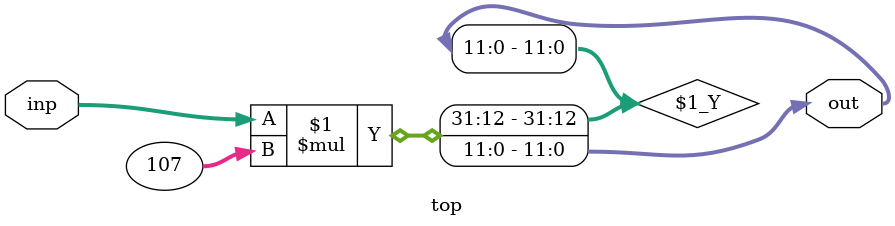
<source format=v>
module top(inp, out);
parameter width=6;
parameter outwidth=width*2;
parameter constant=107;

input signed [width-1:0] inp;
output signed [outwidth-1:0] out;

assign out = inp * constant;

endmodule
</source>
